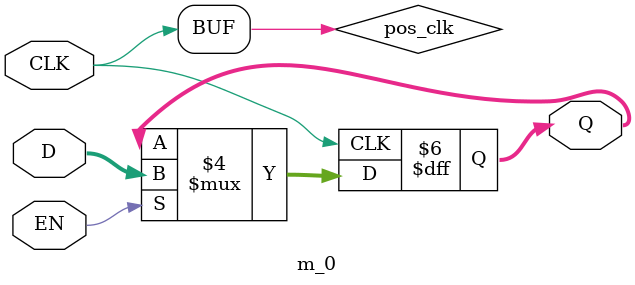
<source format=v>
module m_0 (CLK, D,EN, Q);

parameter WIDTH = 2;
parameter CLK_POLARITY = 1'b1;
parameter EN_POLARITY = 1'b1;

input CLK, EN;
input [WIDTH-1:0] D;
output reg [WIDTH-1:0] Q;
wire pos_clk = CLK == CLK_POLARITY;

always @(posedge pos_clk) begin
	if (EN == EN_POLARITY) Q <= D;
end

endmodule


</source>
